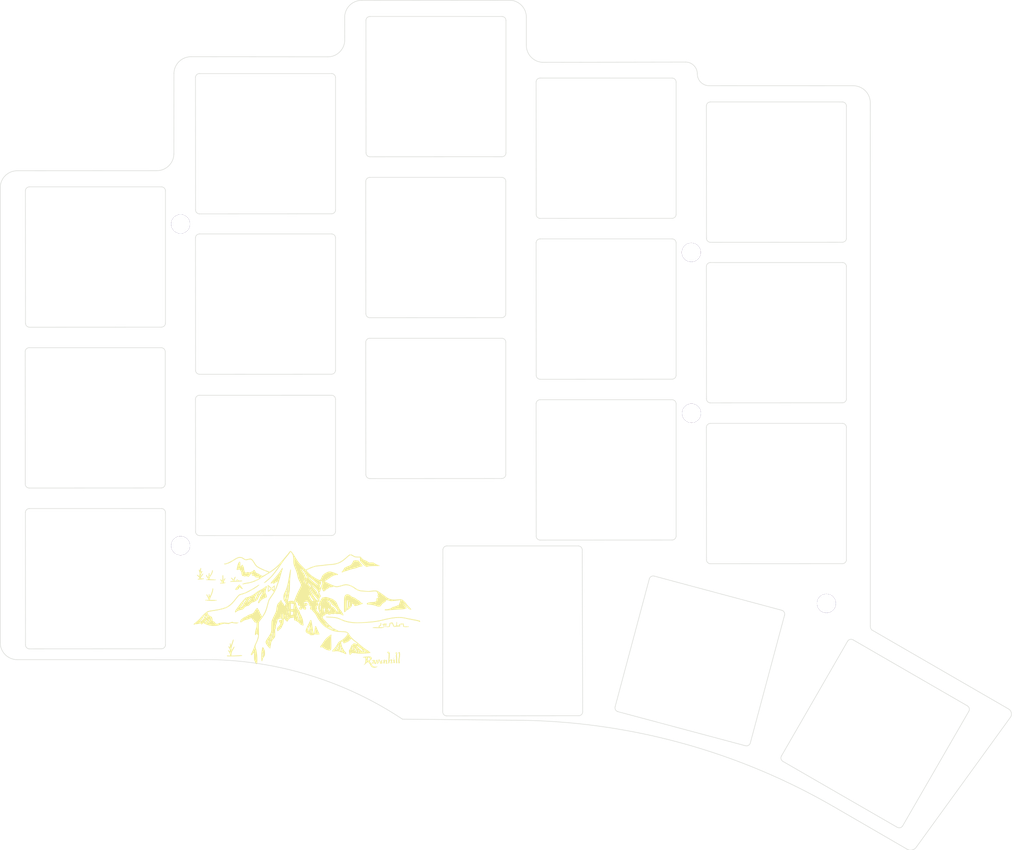
<source format=kicad_pcb>
(kicad_pcb (version 20221018) (generator pcbnew)
  (title_block (title "Arkenswoop") (date "2023-06-25") (rev "0.6.0") (company "SuperFola"))
  (layers (0 "F.Cu" signal) (31 "B.Cu" signal) (34 "B.Paste" user) (35 "F.Paste" user) (36 "B.SilkS" user "B.Silkscreen") (37 "F.SilkS" user "F.Silkscreen") (38 "B.Mask" user) (39 "F.Mask" user) (44 "Edge.Cuts" user))
  (net 0 "")
  (footprint "Library:erebor_silk" (layer "F.Cu") (at 93.55 124.55)
    (fp_text reference "G***" (at 0 0) (layer "F.SilkS") (effects (font (size 1.5 1.5) (thickness 0.3))))
    (fp_text value "LOGO" hide)
  )
  (footprint "" (layer "F.Cu") (at 80.25 83.75)
    (fp_text reference "" (at 0 0) (layer "F.SilkS") (effects (font (size 1.27 1.27))))
    (fp_text value "" (at 0 0) (layer "F.SilkS") (effects (font (size 1.27 1.27))))
    (pad "" thru_hole circle (at 0 0) (size 2 2) (drill 2) (layers "*.Cu" "*.Mask"))
  )
  (footprint "" (layer "F.Cu") (at 148.510701 123.849903)
    (fp_text reference "" (at 0 0) (layer "F.SilkS") (effects (font (size 1.27 1.27))))
    (fp_text value "" (at 0 0) (layer "F.SilkS") (effects (font (size 1.27 1.27))))
    (pad "" thru_hole circle (at 0 0) (size 2 2) (drill 2) (layers "*.Cu" "*.Mask"))
  )
  (footprint "" (layer "F.Cu") (at 134.228545 86.75)
    (fp_text reference "" (at 0 0) (layer "F.SilkS") (effects (font (size 1.27 1.27))))
    (fp_text value "" (at 0 0) (layer "F.SilkS") (effects (font (size 1.27 1.27))))
    (pad "" thru_hole circle (at 0 0) (size 2 2) (drill 2) (layers "*.Cu" "*.Mask"))
  )
  (footprint "" (layer "F.Cu") (at 80.25 117.75)
    (fp_text reference "" (at 0 0) (layer "F.SilkS") (effects (font (size 1.27 1.27))))
    (fp_text value "" (at 0 0) (layer "F.SilkS") (effects (font (size 1.27 1.27))))
    (pad "" thru_hole circle (at 0 0) (size 2 2) (drill 2) (layers "*.Cu" "*.Mask"))
  )
  (footprint "" (layer "F.Cu") (at 134.25 103.75)
    (fp_text reference "" (at 0 0) (layer "F.SilkS") (effects (font (size 1.27 1.27))))
    (fp_text value "" (at 0 0) (layer "F.SilkS") (effects (font (size 1.27 1.27))))
    (pad "" thru_hole circle (at 0 0) (size 2 2) (drill 2) (layers "*.Cu" "*.Mask"))
  )
  (gr_line (start 61.188833 79.86901) (end 61.188833 127.991349) (stroke (width 0.05)) (layer "Edge.Cuts"))
  (gr_line (start 153.15 78.15) (end 153.145111 70.933883) (stroke (width 0.05)) (layer "Edge.Cuts"))
  (gr_line (start 108.357933 135.740981) (end 122.325 135.725) (stroke (width 0.05)) (layer "Edge.Cuts"))
  (gr_line (start 63.850001 80.225) (end 63.859019 94.232933) (stroke (width 0.05)) (layer "Edge.Cuts"))
  (gr_line (start 133.616117 66.633883) (end 118.540222 66.661837) (stroke (width 0.05)) (layer "Edge.Cuts"))
  (gr_line (start 100.234753 93.657932) (end 114.2 93.65) (stroke (width 0.05)) (layer "Edge.Cuts"))
  (gr_line (start 118.234753 117.157932) (end 132.2 117.15) (stroke (width 0.05)) (layer "Edge.Cuts"))
  (gr_arc (start 118.234753 100.157932) (mid 117.95 100.025) (end 117.834019 99.732933) (stroke (width 0.05)) (layer "Edge.Cuts"))
  (gr_line (start 116.795111 61.894135) (end 116.795111 64.867702) (stroke (width 0.05)) (layer "Edge.Cuts"))
  (gr_line (start 96.625 68.275) (end 96.624999 82.274266) (stroke (width 0.05)) (layer "Edge.Cuts"))
  (gr_line (start 115.05 60.1) (end 99.389516 60.11343) (stroke (width 0.05)) (layer "Edge.Cuts"))
  (gr_arc (start 81.825001 68.25) (mid 81.957933 67.965247) (end 82.25 67.849266) (stroke (width 0.05)) (layer "Edge.Cuts"))
  (gr_line (start 150.625 71.275) (end 150.624999 85.274266) (stroke (width 0.05)) (layer "Edge.Cuts"))
  (gr_arc (start 100.250734 76.649999) (mid 99.965981 76.517067) (end 99.85 76.225) (stroke (width 0.05)) (layer "Edge.Cuts"))
  (gr_line (start 63.850001 114.225) (end 63.859019 128.232933) (stroke (width 0.05)) (layer "Edge.Cuts"))
  (gr_line (start 100.25 78.824266) (end 114.224266 78.825001) (stroke (width 0.05)) (layer "Edge.Cuts"))
  (gr_arc (start 133.616117 66.633883) (mid 134.5 67) (end 134.866117 67.883883) (stroke (width 0.05)) (layer "Edge.Cuts"))
  (gr_line (start 144.085184 125.095525) (end 140.461906 138.617777) (stroke (width 0.05)) (layer "Edge.Cuts"))
  (gr_line (start 150.625 88.25) (end 150.624999 102.249266) (stroke (width 0.05)) (layer "Edge.Cuts"))
  (gr_arc (start 136.116117 69.133883) (mid 135.232234 68.767766) (end 134.866117 67.883883) (stroke (width 0.05)) (layer "Edge.Cuts"))
  (gr_arc (start 99.825001 96.225) (mid 99.957933 95.940247) (end 100.25 95.824266) (stroke (width 0.05)) (layer "Edge.Cuts"))
  (gr_line (start 64.234753 111.657932) (end 78.2 111.65) (stroke (width 0.05)) (layer "Edge.Cuts"))
  (gr_line (start 81.825 85.2) (end 81.834018 99.207933) (stroke (width 0.05)) (layer "Edge.Cuts"))
  (gr_arc (start 78.649999 94.249266) (mid 78.517078 94.534039) (end 78.225 94.65) (stroke (width 0.05)) (layer "Edge.Cuts"))
  (gr_line (start 136.25 70.849266) (end 150.224266 70.850001) (stroke (width 0.05)) (layer "Edge.Cuts"))
  (gr_line (start 79.547715 67.826168) (end 79.543548 76.357158) (stroke (width 0.05)) (layer "Edge.Cuts"))
  (gr_line (start 117.825001 68.725) (end 117.834019 82.732933) (stroke (width 0.05)) (layer "Edge.Cuts"))
  (gr_arc (start 97.595381 61.858541) (mid 98.138076 60.621651) (end 99.389516 60.11343) (stroke (width 0.05)) (layer "Edge.Cuts"))
  (gr_arc (start 150.224266 104.825001) (mid 150.509039 104.957922) (end 150.625 105.25) (stroke (width 0.05)) (layer "Edge.Cuts"))
  (gr_line (start 126.456225 135.288048) (end 139.947671 138.894859) (stroke (width 0.05)) (layer "Edge.Cuts"))
  (gr_line (start 81.825001 102.25) (end 81.834019 116.257933) (stroke (width 0.05)) (layer "Edge.Cuts"))
  (gr_line (start 143.894963 140.538708) (end 155.993188 147.514462) (stroke (width 0.05)) (layer "Edge.Cuts"))
  (gr_line (start 122.700734 118.199999) (end 122.749999 135.324266) (stroke (width 0.05)) (layer "Edge.Cuts"))
  (gr_line (start 78.65 80.25) (end 78.649999 94.249266) (stroke (width 0.05)) (layer "Edge.Cuts"))
  (gr_arc (start 96.624999 82.274266) (mid 96.492078 82.559039) (end 96.2 82.675) (stroke (width 0.05)) (layer "Edge.Cuts"))
  (gr_arc (start 96.624998 99.224266) (mid 96.492077 99.509039) (end 96.199999 99.625) (stroke (width 0.05)) (layer "Edge.Cuts"))
  (gr_arc (start 117.825001 85.725) (mid 117.957933 85.440247) (end 118.25 85.324266) (stroke (width 0.05)) (layer "Edge.Cuts"))
  (gr_arc (start 114.64098 76.241333) (mid 114.508059 76.526106) (end 114.215981 76.642067) (stroke (width 0.05)) (layer "Edge.Cuts"))
  (gr_line (start 81.825001 68.25) (end 81.834019 82.257933) (stroke (width 0.05)) (layer "Edge.Cuts"))
  (gr_line (start 150.625 105.25) (end 150.624999 119.249266) (stroke (width 0.05)) (layer "Edge.Cuts"))
  (gr_line (start 153.15 78.15) (end 153.150253 117.617143) (stroke (width 0.05)) (layer "Edge.Cuts"))
  (gr_line (start 115.235769 136.194832) (end 103.694979 136.082549) (stroke (width 0.05)) (layer "Edge.Cuts"))
  (gr_arc (start 163.426702 134.68777) (mid 163.606862 134.94527) (end 163.561248 135.256197) (stroke (width 0.05)) (layer "Edge.Cuts"))
  (gr_arc (start 96.624999 116.274266) (mid 96.492078 116.559039) (end 96.2 116.675) (stroke (width 0.05)) (layer "Edge.Cuts"))
  (gr_arc (start 64.259753 94.657932) (mid 63.975 94.525) (end 63.859019 94.232933) (stroke (width 0.05)) (layer "Edge.Cuts"))
  (gr_line (start 77.745029 78.114927) (end 62.983651 78.123526) (stroke (width 0.05)) (layer "Edge.Cuts"))
  (gr_line (start 135.825001 105.225) (end 135.834019 119.232933) (stroke (width 0.05)) (layer "Edge.Cuts"))
  (gr_arc (start 96.224266 101.850001) (mid 96.509039 101.982922) (end 96.625 102.275) (stroke (width 0.05)) (layer "Edge.Cuts"))
  (gr_arc (start 78.249266 79.825001) (mid 78.534039 79.957922) (end 78.65 80.25) (stroke (width 0.05)) (layer "Edge.Cuts"))
  (gr_line (start 82.25 67.849266) (end 96.224266 67.850001) (stroke (width 0.05)) (layer "Edge.Cuts"))
  (gr_line (start 81.9 129.8) (end 62.944009 129.795833) (stroke (width 0.05)) (layer "Edge.Cuts"))
  (gr_line (start 150.756573 127.834547) (end 143.760417 139.970281) (stroke (width 0.05)) (layer "Edge.Cuts"))
  (gr_arc (start 122.3 117.775) (mid 122.584769 117.907916) (end 122.700734 118.199999) (stroke (width 0.05)) (layer "Edge.Cuts"))
  (gr_line (start 157.030886 149.825076) (end 149.229607 145.303912) (stroke (width 0.05)) (layer "Edge.Cuts"))
  (gr_line (start 153.150253 117.617143) (end 153.15 126.2) (stroke (width 0.05)) (layer "Edge.Cuts"))
  (gr_line (start 114.625 96.25) (end 114.624999 110.249266) (stroke (width 0.05)) (layer "Edge.Cuts"))
  (gr_arc (start 108.357933 135.740981) (mid 108.07318 135.608049) (end 107.957199 135.315982) (stroke (width 0.05)) (layer "Edge.Cuts"))
  (gr_arc (start 115.05 60.1) (mid 116.286898 60.642691) (end 116.795111 61.894135) (stroke (width 0.05)) (layer "Edge.Cuts"))
  (gr_arc (start 117.825001 102.725) (mid 117.957933 102.440247) (end 118.25 102.324266) (stroke (width 0.05)) (layer "Edge.Cuts"))
  (gr_arc (start 129.795953 121.240855) (mid 129.998055 121.000211) (end 130.310188 120.963774) (stroke (width 0.05)) (layer "Edge.Cuts"))
  (gr_line (start 135.825001 88.225) (end 135.834019 102.232933) (stroke (width 0.05)) (layer "Edge.Cuts"))
  (gr_arc (start 135.825001 71.25) (mid 135.957933 70.965247) (end 136.25 70.849266) (stroke (width 0.05)) (layer "Edge.Cuts"))
  (gr_arc (start 107.975001 118.175734) (mid 108.107933 117.890981) (end 108.4 117.775) (stroke (width 0.05)) (layer "Edge.Cuts"))
  (gr_arc (start 167.797034 135.029526) (mid 168.05 135.4) (end 167.990425 135.844628) (stroke (width 0.05)) (layer "Edge.Cuts"))
  (gr_arc (start 151.4 69.139748) (mid 152.63689 69.682443) (end 153.145111 70.933883) (stroke (width 0.05)) (layer "Edge.Cuts"))
  (gr_arc (start 122.749999 135.324266) (mid 122.617083 135.609035) (end 122.325 135.725) (stroke (width 0.05)) (layer "Edge.Cuts"))
  (gr_arc (start 78.224266 96.825001) (mid 78.509019 96.957933) (end 78.625 97.25) (stroke (width 0.05)) (layer "Edge.Cuts"))
  (gr_arc (start 150.624999 102.249266) (mid 150.492078 102.534039) (end 150.2 102.65) (stroke (width 0.05)) (layer "Edge.Cuts"))
  (gr_line (start 100.265981 61.816333) (end 114.240247 61.817068) (stroke (width 0.05)) (layer "Edge.Cuts"))
  (gr_line (start 100.250734 76.649999) (end 114.215981 76.642067) (stroke (width 0.05)) (layer "Edge.Cuts"))
  (gr_line (start 118.234753 100.157932) (end 132.2 100.15) (stroke (width 0.05)) (layer "Edge.Cuts"))
  (gr_arc (start 132.624999 82.749266) (mid 132.492078 83.034039) (end 132.2 83.15) (stroke (width 0.05)) (layer "Edge.Cuts"))
  (gr_line (start 151.4 69.139748) (end 136.116117 69.133883) (stroke (width 0.05)) (layer "Edge.Cuts"))
  (gr_line (start 136.234753 119.657932) (end 150.2 119.65) (stroke (width 0.05)) (layer "Edge.Cuts"))
  (gr_line (start 100.234753 110.657932) (end 114.2 110.65) (stroke (width 0.05)) (layer "Edge.Cuts"))
  (gr_arc (start 114.224266 95.825001) (mid 114.509039 95.957922) (end 114.625 96.25) (stroke (width 0.05)) (layer "Edge.Cuts"))
  (gr_line (start 96.624999 85.225) (end 96.624998 99.224266) (stroke (width 0.05)) (layer "Edge.Cuts"))
  (gr_line (start 163.561248 135.256197) (end 156.561615 147.379916) (stroke (width 0.05)) (layer "Edge.Cuts"))
  (gr_arc (start 79.543548 76.357158) (mid 79.000006 77.600024) (end 77.745029 78.114927) (stroke (width 0.05)) (layer "Edge.Cuts"))
  (gr_arc (start 143.894963 140.538708) (mid 143.714826 140.281209) (end 143.760417 139.970281) (stroke (width 0.05)) (layer "Edge.Cuts"))
  (gr_line (start 136.234753 85.682932) (end 150.2 85.675) (stroke (width 0.05)) (layer "Edge.Cuts"))
  (gr_arc (start 150.224266 87.825001) (mid 150.509039 87.957922) (end 150.625 88.25) (stroke (width 0.05)) (layer "Edge.Cuts"))
  (gr_line (start 99.840982 62.217067) (end 99.85 76.225) (stroke (width 0.05)) (layer "Edge.Cuts"))
  (gr_line (start 99.825001 96.225) (end 99.834019 110.232933) (stroke (width 0.05)) (layer "Edge.Cuts"))
  (gr_arc (start 63.825001 97.225) (mid 63.957933 96.940248) (end 64.25 96.824266) (stroke (width 0.05)) (layer "Edge.Cuts"))
  (gr_arc (start 114.624999 110.249266) (mid 114.492078 110.534039) (end 114.2 110.65) (stroke (width 0.05)) (layer "Edge.Cuts"))
  (gr_line (start 78.65 114.25) (end 78.649999 128.249266) (stroke (width 0.05)) (layer "Edge.Cuts"))
  (gr_arc (start 140.461906 138.617777) (mid 140.259809 138.858444) (end 139.947671 138.894859) (stroke (width 0.05)) (layer "Edge.Cuts"))
  (gr_arc (start 118.234753 83.157932) (mid 117.95 83.025) (end 117.834019 82.732933) (stroke (width 0.05)) (layer "Edge.Cuts"))
  (gr_line (start 99.825001 79.225) (end 99.834019 93.232933) (stroke (width 0.05)) (layer "Edge.Cuts"))
  (gr_arc (start 150.756573 127.834547) (mid 151.014072 127.65441) (end 151.325 127.7) (stroke (width 0.05)) (layer "Edge.Cuts"))
  (gr_line (start 132.625 85.75) (end 132.624999 99.749266) (stroke (width 0.05)) (layer "Edge.Cuts"))
  (gr_arc (start 115.235769 136.194832) (mid 132.832334 138.511576) (end 149.229607 145.303912) (stroke (width 0.05)) (layer "Edge.Cuts"))
  (gr_arc (start 132.224266 68.325001) (mid 132.509039 68.457922) (end 132.625 68.75) (stroke (width 0.05)) (layer "Edge.Cuts"))
  (gr_arc (start 135.825001 88.225) (mid 135.957933 87.940247) (end 136.25 87.824266) (stroke (width 0.05)) (layer "Edge.Cuts"))
  (gr_line (start 64.275 113.824266) (end 78.249266 113.825001) (stroke (width 0.05)) (layer "Edge.Cuts"))
  (gr_line (start 82.234752 99.632932) (end 96.199999 99.625) (stroke (width 0.05)) (layer "Edge.Cuts"))
  (gr_line (start 158.055405 149.550557) (end 167.990425 135.844628) (stroke (width 0.05)) (layer "Edge.Cuts"))
  (gr_arc (start 150.624999 85.274266) (mid 150.492078 85.559039) (end 150.2 85.675) (stroke (width 0.05)) (layer "Edge.Cuts"))
  (gr_arc (start 158.055405 149.550557) (mid 157.600001 149.900002) (end 157.030886 149.825076) (stroke (width 0.05)) (layer "Edge.Cuts"))
  (gr_line (start 82.25 101.849266) (end 96.224266 101.850001) (stroke (width 0.05)) (layer "Edge.Cuts"))
  (gr_arc (start 136.234753 85.682932) (mid 135.95 85.55) (end 135.834019 85.257933) (stroke (width 0.05)) (layer "Edge.Cuts"))
  (gr_arc (start 81.825001 102.25) (mid 81.957933 101.965247) (end 82.25 101.849266) (stroke (width 0.05)) (layer "Edge.Cuts"))
  (gr_line (start 100.25 95.824266) (end 114.224266 95.825001) (stroke (width 0.05)) (layer "Edge.Cuts"))
  (gr_line (start 82.234753 116.682932) (end 96.2 116.675) (stroke (width 0.05)) (layer "Edge.Cuts"))
  (gr_arc (start 82.234753 116.682932) (mid 81.95 116.55) (end 81.834019 116.257933) (stroke (width 0.05)) (layer "Edge.Cuts"))
  (gr_line (start 129.795953 121.240855) (end 126.179144 134.773813) (stroke (width 0.05)) (layer "Edge.Cuts"))
  (gr_line (start 63.825001 97.225) (end 63.834019 111.232933) (stroke (width 0.05)) (layer "Edge.Cuts"))
  (gr_arc (start 126.456225 135.288048) (mid 126.215581 135.085946) (end 126.179144 134.773813) (stroke (width 0.05)) (layer "Edge.Cuts"))
  (gr_arc (start 61.188834 79.86901) (mid 61.73183 78.631838) (end 62.983651 78.123526) (stroke (width 0.05)) (layer "Edge.Cuts"))
  (gr_arc (start 63.850001 80.225) (mid 63.982933 79.940247) (end 64.275 79.824266) (stroke (width 0.05)) (layer "Edge.Cuts"))
  (gr_line (start 64.259753 94.657932) (end 78.225 94.65) (stroke (width 0.05)) (layer "Edge.Cuts"))
  (gr_line (start 118.25 85.324266) (end 132.224266 85.325001) (stroke (width 0.05)) (layer "Edge.Cuts"))
  (gr_line (start 132.625 68.75) (end 132.624999 82.749266) (stroke (width 0.05)) (layer "Edge.Cuts"))
  (gr_arc (start 99.825001 79.225) (mid 99.957933 78.940247) (end 100.25 78.824266) (stroke (width 0.05)) (layer "Edge.Cuts"))
  (gr_arc (start 114.240247 61.817068) (mid 114.52502 61.949989) (end 114.640981 62.242067) (stroke (width 0.05)) (layer "Edge.Cuts"))
  (gr_arc (start 63.850001 114.225) (mid 63.982933 113.940247) (end 64.275 113.824266) (stroke (width 0.05)) (layer "Edge.Cuts"))
  (gr_arc (start 81.9 129.8) (mid 93.2811 131.263566) (end 103.694979 136.082549) (stroke (width 0.05)) (layer "Edge.Cuts"))
  (gr_arc (start 78.249266 113.825001) (mid 78.534039 113.957922) (end 78.65 114.25) (stroke (width 0.05)) (layer "Edge.Cuts"))
  (gr_arc (start 64.259753 128.657932) (mid 63.975 128.525) (end 63.859019 128.232933) (stroke (width 0.05)) (layer "Edge.Cuts"))
  (gr_arc (start 82.234752 99.632932) (mid 81.949999 99.5) (end 81.834018 99.207933) (stroke (width 0.05)) (layer "Edge.Cuts"))
  (gr_arc (start 150.624999 119.249266) (mid 150.492078 119.534039) (end 150.2 119.65) (stroke (width 0.05)) (layer "Edge.Cuts"))
  (gr_line (start 136.25 104.824266) (end 150.224266 104.825001) (stroke (width 0.05)) (layer "Edge.Cuts"))
  (gr_line (start 82.234753 82.682932) (end 96.2 82.675) (stroke (width 0.05)) (layer "Edge.Cuts"))
  (gr_arc (start 100.234753 110.657932) (mid 99.95 110.525) (end 99.834019 110.232933) (stroke (width 0.05)) (layer "Edge.Cuts"))
  (gr_arc (start 153.300001 126.65) (mid 153.178818 126.440394) (end 153.150001 126.2) (stroke (width 0.05)) (layer "Edge.Cuts"))
  (gr_line (start 136.234753 102.657932) (end 150.2 102.65) (stroke (width 0.05)) (layer "Edge.Cuts"))
  (gr_arc (start 96.224265 84.800001) (mid 96.509038 84.932922) (end 96.624999 85.225) (stroke (width 0.05)) (layer "Edge.Cuts"))
  (gr_line (start 167.797034 135.029526) (end 153.300001 126.65) (stroke (width 0.05)) (layer "Edge.Cuts"))
  (gr_line (start 114.640981 62.242067) (end 114.64098 76.241333) (stroke (width 0.05)) (layer "Edge.Cuts"))
  (gr_line (start 64.25 96.824266) (end 78.224266 96.825001) (stroke (width 0.05)) (layer "Edge.Cuts"))
  (gr_arc (start 81.825 85.2) (mid 81.957932 84.915247) (end 82.249999 84.799266) (stroke (width 0.05)) (layer "Edge.Cuts"))
  (gr_arc (start 132.224266 102.325001) (mid 132.509039 102.457922) (end 132.625 102.75) (stroke (width 0.05)) (layer "Edge.Cuts"))
  (gr_arc (start 78.649999 128.249266) (mid 78.517078 128.534039) (end 78.225 128.65) (stroke (width 0.05)) (layer "Edge.Cuts"))
  (gr_line (start 118.25 102.324266) (end 132.224266 102.325001) (stroke (width 0.05)) (layer "Edge.Cuts"))
  (gr_arc (start 78.624999 111.249266) (mid 78.492067 111.534019) (end 78.2 111.65) (stroke (width 0.05)) (layer "Edge.Cuts"))
  (gr_line (start 132.625 102.75) (end 132.624999 116.749266) (stroke (width 0.05)) (layer "Edge.Cuts"))
  (gr_line (start 107.975001 118.175734) (end 107.957199 135.315982) (stroke (width 0.05)) (layer "Edge.Cuts"))
  (gr_line (start 118.25 68.324266) (end 132.224266 68.325001) (stroke (width 0.05)) (layer "Edge.Cuts"))
  (gr_line (start 82.249999 84.799266) (end 96.224265 84.800001) (stroke (width 0.05)) (layer "Edge.Cuts"))
  (gr_line (start 135.825001 71.25) (end 135.834019 85.257933) (stroke (width 0.05)) (layer "Edge.Cuts"))
  (gr_line (start 114.625 79.25) (end 114.624999 93.249266) (stroke (width 0.05)) (layer "Edge.Cuts"))
  (gr_arc (start 132.624999 99.749266) (mid 132.492078 100.034039) (end 132.2 100.15) (stroke (width 0.05)) (layer "Edge.Cuts"))
  (gr_arc (start 97.6 64.338143) (mid 97.057294 65.575) (end 95.805865 66.083254) (stroke (width 0.05)) (layer "Edge.Cuts"))
  (gr_line (start 97.595381 61.858541) (end 97.6 64.338143) (stroke (width 0.05)) (layer "Edge.Cuts"))
  (gr_arc (start 117.825001 68.725) (mid 117.957933 68.440247) (end 118.25 68.324266) (stroke (width 0.05)) (layer "Edge.Cuts"))
  (gr_arc (start 100.234753 93.657932) (mid 99.95 93.525) (end 99.834019 93.232933) (stroke (width 0.05)) (layer "Edge.Cuts"))
  (gr_arc (start 114.624999 93.249266) (mid 114.492078 93.534039) (end 114.2 93.65) (stroke (width 0.05)) (layer "Edge.Cuts"))
  (gr_arc (start 150.224266 70.850001) (mid 150.509039 70.982922) (end 150.625 71.275) (stroke (width 0.05)) (layer "Edge.Cuts"))
  (gr_line (start 108.4 117.775) (end 122.3 117.775) (stroke (width 0.05)) (layer "Edge.Cuts"))
  (gr_arc (start 99.840982 62.217067) (mid 99.973914 61.932314) (end 100.265981 61.816333) (stroke (width 0.05)) (layer "Edge.Cuts"))
  (gr_line (start 78.625 97.25) (end 78.624999 111.249266) (stroke (width 0.05)) (layer "Edge.Cuts"))
  (gr_line (start 117.825001 102.725) (end 117.834019 116.732933) (stroke (width 0.05)) (layer "Edge.Cuts"))
  (gr_arc (start 135.825001 105.225) (mid 135.957933 104.940247) (end 136.25 104.824266) (stroke (width 0.05)) (layer "Edge.Cuts"))
  (gr_arc (start 118.540222 66.661837) (mid 117.303351 66.119136) (end 116.795111 64.867702) (stroke (width 0.05)) (layer "Edge.Cuts"))
  (gr_line (start 95.805865 66.083254) (end 81.352199 66.070992) (stroke (width 0.05)) (layer "Edge.Cuts"))
  (gr_line (start 130.310188 120.963774) (end 143.808102 124.58129) (stroke (width 0.05)) (layer "Edge.Cuts"))
  (gr_arc (start 62.944009 129.795833) (mid 61.7 129.25) (end 61.188833 127.991349) (stroke (width 0.05)) (layer "Edge.Cuts"))
  (gr_arc (start 136.234753 119.657932) (mid 135.95 119.525) (end 135.834019 119.232933) (stroke (width 0.05)) (layer "Edge.Cuts"))
  (gr_arc (start 136.234753 102.657932) (mid 135.95 102.525) (end 135.834019 102.232933) (stroke (width 0.05)) (layer "Edge.Cuts"))
  (gr_line (start 117.825001 85.725) (end 117.834019 99.732933) (stroke (width 0.05)) (layer "Edge.Cuts"))
  (gr_arc (start 64.234753 111.657932) (mid 63.95 111.525) (end 63.834019 111.232933) (stroke (width 0.05)) (layer "Edge.Cuts"))
  (gr_line (start 151.325 127.7) (end 163.426702 134.68777) (stroke (width 0.05)) (layer "Edge.Cuts"))
  (gr_arc (start 132.224266 85.325001) (mid 132.509039 85.457922) (end 132.625 85.75) (stroke (width 0.05)) (layer "Edge.Cuts"))
  (gr_arc (start 114.224266 78.825001) (mid 114.509039 78.957922) (end 114.625 79.25) (stroke (width 0.05)) (layer "Edge.Cuts"))
  (gr_line (start 96.625 102.275) (end 96.624999 116.274266) (stroke (width 0.05)) (layer "Edge.Cuts"))
  (gr_arc (start 82.234753 82.682932) (mid 81.95 82.55) (end 81.834019 82.257933) (stroke (width 0.05)) (layer "Edge.Cuts"))
  (gr_arc (start 132.624999 116.749266) (mid 132.492078 117.034039) (end 132.2 117.15) (stroke (width 0.05)) (layer "Edge.Cuts"))
  (gr_arc (start 143.808102 124.58129) (mid 144.048769 124.783387) (end 144.085184 125.095525) (stroke (width 0.05)) (layer "Edge.Cuts"))
  (gr_arc (start 96.224266 67.850001) (mid 96.509039 67.982922) (end 96.625 68.275) (stroke (width 0.05)) (layer "Edge.Cuts"))
  (gr_arc (start 79.547715 67.826168) (mid 80.093555 66.582164) (end 81.352199 66.070992) (stroke (width 0.05)) (layer "Edge.Cuts"))
  (gr_line (start 64.259753 128.657932) (end 78.225 128.65) (stroke (width 0.05)) (layer "Edge.Cuts"))
  (gr_arc (start 118.234753 117.157932) (mid 117.95 117.025) (end 117.834019 116.732933) (stroke (width 0.05)) (layer "Edge.Cuts"))
  (gr_line (start 64.275 79.824266) (end 78.249266 79.825001) (stroke (width 0.05)) (layer "Edge.Cuts"))
  (gr_arc (start 156.561615 147.379916) (mid 156.304115 147.560076) (end 155.993188 147.514462) (stroke (width 0.05)) (layer "Edge.Cuts"))
  (gr_line (start 118.234753 83.157932) (end 132.2 83.15) (stroke (width 0.05)) (layer "Edge.Cuts"))
  (gr_line (start 136.25 87.824266) (end 150.224266 87.825001) (stroke (width 0.05)) (layer "Edge.Cuts"))
)
</source>
